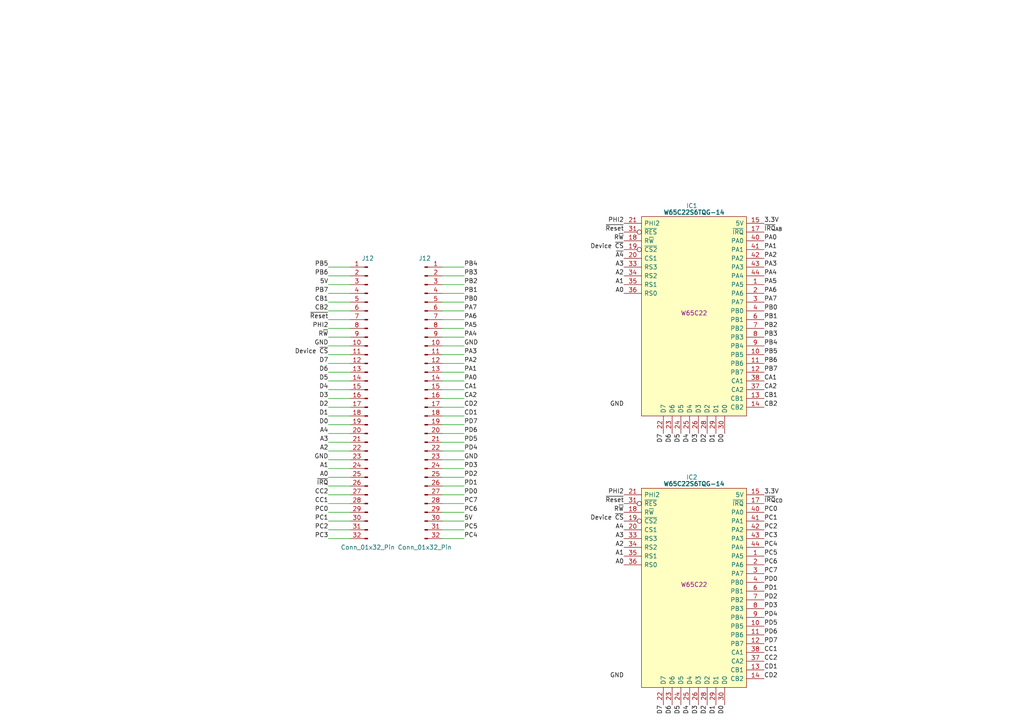
<source format=kicad_sch>
(kicad_sch (version 20230121) (generator eeschema)
  (paper "A4")
  (lib_symbols
    (symbol "C_0805_5" (pin_numbers hide) (pin_names (offset 0.254) hide)
      (property "Reference" "C" (at 2.286 2.54 0))
      (property "Value" "?μF" (at 2.54 -2.54 0))
      (symbol "C_0805_5_0_1"
        (polyline (pts (xy 1.9685 -1.4605) (xy 1.9685 1.5875)) (stroke (width 0.3048)))
        (polyline (pts (xy 2.9845 -1.4605) (xy 2.9845 1.5875)) (stroke (width 0.3302)))
      )
      (symbol "C_0805_5_1_1"
        (pin passive line (at 0 0 0) (length 2.032) (name "~") (number "1"))
        (pin passive line (at 5.08 0 180) (length 2.032) (name "~") (number "2"))
      )
    )
    (symbol "Connector:Conn_01x32_Pin" (pin_names (offset 1.016) hide)
      (property "Reference" "J" (at 0 40.64 0))
      (property "Value" "Conn_01x32_Pin" (at 0 -43.18 0))
      (symbol "Conn_01x32_Pin_1_1"
        (polyline (pts (xy 1.27 -40.64) (xy 0.8636 -40.64)) (stroke (width 0.1524)))
        (polyline (pts (xy 1.27 -38.1) (xy 0.8636 -38.1)) (stroke (width 0.1524)))
        (polyline (pts (xy 1.27 -35.56) (xy 0.8636 -35.56)) (stroke (width 0.1524)))
        (polyline (pts (xy 1.27 -33.02) (xy 0.8636 -33.02)) (stroke (width 0.1524)))
        (polyline (pts (xy 1.27 -30.48) (xy 0.8636 -30.48)) (stroke (width 0.1524)))
        (polyline (pts (xy 1.27 -27.94) (xy 0.8636 -27.94)) (stroke (width 0.1524)))
        (polyline (pts (xy 1.27 -25.4) (xy 0.8636 -25.4)) (stroke (width 0.1524)))
        (polyline (pts (xy 1.27 -22.86) (xy 0.8636 -22.86)) (stroke (width 0.1524)))
        (polyline (pts (xy 1.27 -20.32) (xy 0.8636 -20.32)) (stroke (width 0.1524)))
        (polyline (pts (xy 1.27 -17.78) (xy 0.8636 -17.78)) (stroke (width 0.1524)))
        (polyline (pts (xy 1.27 -15.24) (xy 0.8636 -15.24)) (stroke (width 0.1524)))
        (polyline (pts (xy 1.27 -12.7) (xy 0.8636 -12.7)) (stroke (width 0.1524)))
        (polyline (pts (xy 1.27 -10.16) (xy 0.8636 -10.16)) (stroke (width 0.1524)))
        (polyline (pts (xy 1.27 -7.62) (xy 0.8636 -7.62)) (stroke (width 0.1524)))
        (polyline (pts (xy 1.27 -5.08) (xy 0.8636 -5.08)) (stroke (width 0.1524)))
        (polyline (pts (xy 1.27 -2.54) (xy 0.8636 -2.54)) (stroke (width 0.1524)))
        (polyline (pts (xy 1.27 0) (xy 0.8636 0)) (stroke (width 0.1524)))
        (polyline (pts (xy 1.27 2.54) (xy 0.8636 2.54)) (stroke (width 0.1524)))
        (polyline (pts (xy 1.27 5.08) (xy 0.8636 5.08)) (stroke (width 0.1524)))
        (polyline (pts (xy 1.27 7.62) (xy 0.8636 7.62)) (stroke (width 0.1524)))
        (polyline (pts (xy 1.27 10.16) (xy 0.8636 10.16)) (stroke (width 0.1524)))
        (polyline (pts (xy 1.27 12.7) (xy 0.8636 12.7)) (stroke (width 0.1524)))
        (polyline (pts (xy 1.27 15.24) (xy 0.8636 15.24)) (stroke (width 0.1524)))
        (polyline (pts (xy 1.27 17.78) (xy 0.8636 17.78)) (stroke (width 0.1524)))
        (polyline (pts (xy 1.27 20.32) (xy 0.8636 20.32)) (stroke (width 0.1524)))
        (polyline (pts (xy 1.27 22.86) (xy 0.8636 22.86)) (stroke (width 0.1524)))
        (polyline (pts (xy 1.27 25.4) (xy 0.8636 25.4)) (stroke (width 0.1524)))
        (polyline (pts (xy 1.27 27.94) (xy 0.8636 27.94)) (stroke (width 0.1524)))
        (polyline (pts (xy 1.27 30.48) (xy 0.8636 30.48)) (stroke (width 0.1524)))
        (polyline (pts (xy 1.27 33.02) (xy 0.8636 33.02)) (stroke (width 0.1524)))
        (polyline (pts (xy 1.27 35.56) (xy 0.8636 35.56)) (stroke (width 0.1524)))
        (polyline (pts (xy 1.27 38.1) (xy 0.8636 38.1)) (stroke (width 0.1524)))
        (rectangle (start 0.8636 -40.513) (end 0 -40.767) (stroke (width 0.1524)) (fill (type outline)))
        (rectangle (start 0.8636 -37.973) (end 0 -38.227) (stroke (width 0.1524)) (fill (type outline)))
        (rectangle (start 0.8636 -35.433) (end 0 -35.687) (stroke (width 0.1524)) (fill (type outline)))
        (rectangle (start 0.8636 -32.893) (end 0 -33.147) (stroke (width 0.1524)) (fill (type outline)))
        (rectangle (start 0.8636 -30.353) (end 0 -30.607) (stroke (width 0.1524)) (fill (type outline)))
        (rectangle (start 0.8636 -27.813) (end 0 -28.067) (stroke (width 0.1524)) (fill (type outline)))
        (rectangle (start 0.8636 -25.273) (end 0 -25.527) (stroke (width 0.1524)) (fill (type outline)))
        (rectangle (start 0.8636 -22.733) (end 0 -22.987) (stroke (width 0.1524)) (fill (type outline)))
        (rectangle (start 0.8636 -20.193) (end 0 -20.447) (stroke (width 0.1524)) (fill (type outline)))
        (rectangle (start 0.8636 -17.653) (end 0 -17.907) (stroke (width 0.1524)) (fill (type outline)))
        (rectangle (start 0.8636 -15.113) (end 0 -15.367) (stroke (width 0.1524)) (fill (type outline)))
        (rectangle (start 0.8636 -12.573) (end 0 -12.827) (stroke (width 0.1524)) (fill (type outline)))
        (rectangle (start 0.8636 -10.033) (end 0 -10.287) (stroke (width 0.1524)) (fill (type outline)))
        (rectangle (start 0.8636 -7.493) (end 0 -7.747) (stroke (width 0.1524)) (fill (type outline)))
        (rectangle (start 0.8636 -4.953) (end 0 -5.207) (stroke (width 0.1524)) (fill (type outline)))
        (rectangle (start 0.8636 -2.413) (end 0 -2.667) (stroke (width 0.1524)) (fill (type outline)))
        (rectangle (start 0.8636 0.127) (end 0 -0.127) (stroke (width 0.1524)) (fill (type outline)))
        (rectangle (start 0.8636 2.667) (end 0 2.413) (stroke (width 0.1524)) (fill (type outline)))
        (rectangle (start 0.8636 5.207) (end 0 4.953) (stroke (width 0.1524)) (fill (type outline)))
        (rectangle (start 0.8636 7.747) (end 0 7.493) (stroke (width 0.1524)) (fill (type outline)))
        (rectangle (start 0.8636 10.287) (end 0 10.033) (stroke (width 0.1524)) (fill (type outline)))
        (rectangle (start 0.8636 12.827) (end 0 12.573) (stroke (width 0.1524)) (fill (type outline)))
        (rectangle (start 0.8636 15.367) (end 0 15.113) (stroke (width 0.1524)) (fill (type outline)))
        (rectangle (start 0.8636 17.907) (end 0 17.653) (stroke (width 0.1524)) (fill (type outline)))
        (rectangle (start 0.8636 20.447) (end 0 20.193) (stroke (width 0.1524)) (fill (type outline)))
        (rectangle (start 0.8636 22.987) (end 0 22.733) (stroke (width 0.1524)) (fill (type outline)))
        (rectangle (start 0.8636 25.527) (end 0 25.273) (stroke (width 0.1524)) (fill (type outline)))
        (rectangle (start 0.8636 28.067) (end 0 27.813) (stroke (width 0.1524)) (fill (type outline)))
        (rectangle (start 0.8636 30.607) (end 0 30.353) (stroke (width 0.1524)) (fill (type outline)))
        (rectangle (start 0.8636 33.147) (end 0 32.893) (stroke (width 0.1524)) (fill (type outline)))
        (rectangle (start 0.8636 35.687) (end 0 35.433) (stroke (width 0.1524)) (fill (type outline)))
        (rectangle (start 0.8636 38.227) (end 0 37.973) (stroke (width 0.1524)) (fill (type outline)))
        (pin passive line (at 5.08 38.1 180) (length 3.81) (name "Pin_1") (number "1"))
        (pin passive line (at 5.08 15.24 180) (length 3.81) (name "Pin_10") (number "10"))
        (pin passive line (at 5.08 12.7 180) (length 3.81) (name "Pin_11") (number "11"))
        (pin passive line (at 5.08 10.16 180) (length 3.81) (name "Pin_12") (number "12"))
        (pin passive line (at 5.08 7.62 180) (length 3.81) (name "Pin_13") (number "13"))
        (pin passive line (at 5.08 5.08 180) (length 3.81) (name "Pin_14") (number "14"))
        (pin passive line (at 5.08 2.54 180) (length 3.81) (name "Pin_15") (number "15"))
        (pin passive line (at 5.08 0 180) (length 3.81) (name "Pin_16") (number "16"))
        (pin passive line (at 5.08 -2.54 180) (length 3.81) (name "Pin_17") (number "17"))
        (pin passive line (at 5.08 -5.08 180) (length 3.81) (name "Pin_18") (number "18"))
        (pin passive line (at 5.08 -7.62 180) (length 3.81) (name "Pin_19") (number "19"))
        (pin passive line (at 5.08 35.56 180) (length 3.81) (name "Pin_2") (number "2"))
        (pin passive line (at 5.08 -10.16 180) (length 3.81) (name "Pin_20") (number "20"))
        (pin passive line (at 5.08 -12.7 180) (length 3.81) (name "Pin_21") (number "21"))
        (pin passive line (at 5.08 -15.24 180) (length 3.81) (name "Pin_22") (number "22"))
        (pin passive line (at 5.08 -17.78 180) (length 3.81) (name "Pin_23") (number "23"))
        (pin passive line (at 5.08 -20.32 180) (length 3.81) (name "Pin_24") (number "24"))
        (pin passive line (at 5.08 -22.86 180) (length 3.81) (name "Pin_25") (number "25"))
        (pin passive line (at 5.08 -25.4 180) (length 3.81) (name "Pin_26") (number "26"))
        (pin passive line (at 5.08 -27.94 180) (length 3.81) (name "Pin_27") (number "27"))
        (pin passive line (at 5.08 -30.48 180) (length 3.81) (name "Pin_28") (number "28"))
        (pin passive line (at 5.08 -33.02 180) (length 3.81) (name "Pin_29") (number "29"))
        (pin passive line (at 5.08 33.02 180) (length 3.81) (name "Pin_3") (number "3"))
        (pin passive line (at 5.08 -35.56 180) (length 3.81) (name "Pin_30") (number "30"))
        (pin passive line (at 5.08 -38.1 180) (length 3.81) (name "Pin_31") (number "31"))
        (pin passive line (at 5.08 -40.64 180) (length 3.81) (name "Pin_32") (number "32"))
        (pin passive line (at 5.08 30.48 180) (length 3.81) (name "Pin_4") (number "4"))
        (pin passive line (at 5.08 27.94 180) (length 3.81) (name "Pin_5") (number "5"))
        (pin passive line (at 5.08 25.4 180) (length 3.81) (name "Pin_6") (number "6"))
        (pin passive line (at 5.08 22.86 180) (length 3.81) (name "Pin_7") (number "7"))
        (pin passive line (at 5.08 20.32 180) (length 3.81) (name "Pin_8") (number "8"))
        (pin passive line (at 5.08 17.78 180) (length 3.81) (name "Pin_9") (number "9"))
      )
    )
    (symbol "Diodes_Inc:AP7365-33WG-7" (pin_names (offset 0.762))
      (property "Reference" "IC" (at 12.7 5.08 0))
      (property "Value" "AP7365-33WG-7" (at 12.7 3.175 0))
      (property "Description" "3.3V LDO voltage regulator" (at 12.7 -8.255 0))
      (symbol "AP7365-33WG-7_0_0"
        (pin passive line (at 0 0 0) (length 5.08) (name "VIN") (number "1"))
        (pin passive line (at 0 -5.08 0) (length 5.08) (name "GND") (number "2"))
        (pin input line (at 0 -2.54 0) (length 5.08) (name "EN") (number "3"))
        (pin passive line (at 25.4 -5.08 180) (length 5.08) (name "ADJ") (number "4"))
        (pin passive line (at 25.4 0 180) (length 5.08) (name "VOUT") (number "5"))
      )
      (symbol "AP7365-33WG-7_0_1"
        (polyline (pts (xy 5.08 1.905) (xy 20.32 1.905) (xy 20.32 -6.985) (xy 5.08 -6.985) (xy 5.08 1.905)) (fill (type background)))
      )
    )
    (symbol "HCP65:C_0805" (pin_numbers hide) (pin_names (offset 0.254) hide)
      (property "Reference" "C" (at 2.286 2.54 0))
      (property "Value" "?μF" (at 2.54 -2.54 0))
      (symbol "C_0805_0_1"
        (polyline (pts (xy 1.9685 -1.4605) (xy 1.9685 1.5875)) (stroke (width 0.3048)))
        (polyline (pts (xy 2.9845 -1.4605) (xy 2.9845 1.5875)) (stroke (width 0.3302)))
      )
      (symbol "C_0805_1_1"
        (pin passive line (at 0 0 0) (length 2.032) (name "~") (number "1"))
        (pin passive line (at 5.08 0 180) (length 2.032) (name "~") (number "2"))
      )
    )
    (symbol "Nexperia:74LVC1G04GV,125" (pin_names (offset 0.762))
      (property "Reference" "IC" (at 13.335 5.08 0))
      (property "Value" "74LVC1G04GV,125" (at 12.7 3.175 0))
      (property "Description" "1-input inverter" (at 12.7 -8.255 0))
      (symbol "74LVC1G04GV,125_0_0"
        (pin no_connect line (at 25.4 -5.08 180) (length 5.08) (name "N.C.") (number "1"))
        (pin input line (at 0 -2.54 0) (length 5.08) (name "A") (number "2"))
        (pin passive line (at 0 -5.08 0) (length 5.08) hide (name "GND") (number "3"))
        (pin output line (at 25.4 -2.54 180) (length 5.08) (name "Y") (number "4"))
        (pin passive line (at 25.4 0 180) (length 5.08) hide (name "3V") (number "5"))
      )
      (symbol "74LVC1G04GV,125_0_1"
        (polyline (pts (xy 9.525 -2.54) (xy 10.7949 -2.54)))
        (polyline (pts (xy 14.351 -2.54) (xy 15.875 -2.54)))
        (polyline (pts (xy 10.795 -3.556) (xy 13.335 -2.54) (xy 10.795 -1.524)) (stroke (width 0.254)))
        (polyline (pts (xy 5.08 1.905) (xy 20.32 1.905) (xy 20.32 -6.985) (xy 5.08 -6.985) (xy 5.08 1.905)) (stroke (width 0.1524)) (fill (type background)))
        (rectangle (start 10.795 -1.524) (end 10.795 -3.556) (stroke (width 0.254)) (fill (type background)))
        (circle (center 13.843 -2.54) (radius 0.508) (stroke (width 0.254)))
      )
    )
    (symbol "Nexperia:74LVC1G08GV,125" (pin_names (offset 0.762))
      (property "Reference" "IC" (at 11.43 5.715 0))
      (property "Value" "74LVC1G08GV,125" (at 12.7 3.81 0))
      (property "Description" "2-input AND gate" (at 12.7 -8.89 0))
      (symbol "74LVC1G08GV,125_0_0"
        (pin input line (at 0 -3.175 0) (length 5.08) (name "B") (number "1"))
        (pin input line (at 0 -0.635 0) (length 5.08) (name "A") (number "2"))
        (pin passive line (at 0 -5.715 0) (length 5.08) hide (name "GND") (number "3"))
        (pin output line (at 25.4 -1.905 180) (length 5.08) (name "Y") (number "4"))
        (pin passive line (at 25.4 0.635 180) (length 5.08) hide (name "3V") (number "5"))
      )
      (symbol "74LVC1G08GV,125_0_1"
        (polyline (pts (xy 8.89 -3.175) (xy 10.1599 -3.175)))
        (polyline (pts (xy 8.89 -0.635) (xy 10.1599 -0.635)))
        (polyline (pts (xy 10.248 0) (xy 10.248 -3.81)) (stroke (width 0.254)) (fill (type background)))
        (polyline (pts (xy 12.065 -3.81) (xy 10.248 -3.81)) (stroke (width 0.254)) (fill (type background)))
        (polyline (pts (xy 12.065 0) (xy 10.248 0)) (stroke (width 0.254)) (fill (type background)))
        (polyline (pts (xy 14.605 -1.905) (xy 17.145 -1.905)))
        (polyline (pts (xy 5.08 2.54) (xy 20.32 2.54) (xy 20.32 -7.62) (xy 5.08 -7.62) (xy 5.08 2.54)) (stroke (width 0.1524)) (fill (type background)))
        (arc (start 12.065 -3.81) (mid 13.6634 -3.2954) (end 14.605 -1.905) (stroke (width 0.254)))
        (arc (start 14.605 -1.905) (mid 13.6641 -0.5137) (end 12.065 0) (stroke (width 0.254)))
      )
    )
    (symbol "WDC:W65C22S6TQG-14" (pin_names (offset 0.762))
      (property "Reference" "IC" (at 19.685 13.335 0))
      (property "Value" "W65C22S6TQG-14" (at 20.32 11.43 0))
      (property "Description" "W65C22" (at 20.32 -17.78 0))
      (symbol "W65C22S6TQG-14_0_0"
        (pin tri_state line (at 40.64 -9.525 180) (length 5.08) (name "PA5") (number "1"))
        (pin tri_state line (at 40.64 -29.845 180) (length 5.08) (name "PB5") (number "10"))
        (pin tri_state line (at 40.64 -32.385 180) (length 5.08) (name "PB6") (number "11"))
        (pin tri_state line (at 40.64 -34.925 180) (length 5.08) (name "PB7") (number "12"))
        (pin tri_state line (at 40.64 -42.545 180) (length 5.08) (name "CB1") (number "13"))
        (pin tri_state line (at 40.64 -45.085 180) (length 5.08) (name "CB2") (number "14"))
        (pin tri_state line (at 40.64 -12.065 180) (length 5.08) (name "PA6") (number "2"))
        (pin input line (at 0 8.255 0) (length 5.08) (name "PHI2") (number "21"))
        (pin tri_state line (at 11.43 -52.705 90) (length 5.08) (name "D7") (number "22"))
        (pin tri_state line (at 13.97 -52.705 90) (length 5.08) (name "D6") (number "23"))
        (pin tri_state line (at 16.51 -52.705 90) (length 5.08) (name "D5") (number "24"))
        (pin tri_state line (at 19.05 -52.705 90) (length 5.08) (name "D4") (number "25"))
        (pin tri_state line (at 21.59 -52.705 90) (length 5.08) (name "D3") (number "26"))
        (pin tri_state line (at 24.13 -52.705 90) (length 5.08) (name "D2") (number "28"))
        (pin tri_state line (at 26.67 -52.705 90) (length 5.08) (name "D1") (number "29"))
        (pin tri_state line (at 40.64 -14.605 180) (length 5.08) (name "PA7") (number "3"))
        (pin tri_state line (at 29.21 -52.705 90) (length 5.08) (name "D0") (number "30"))
        (pin input line (at 0 -4.445 0) (length 5.08) (name "RS3") (number "33"))
        (pin input line (at 0 -6.985 0) (length 5.08) (name "RS2") (number "34"))
        (pin input line (at 0 -9.525 0) (length 5.08) (name "RS1") (number "35"))
        (pin input line (at 0 -12.065 0) (length 5.08) (name "RS0") (number "36"))
        (pin tri_state line (at 40.64 -40.005 180) (length 5.08) (name "CA2") (number "37"))
        (pin tri_state line (at 40.64 -37.465 180) (length 5.08) (name "CA1") (number "38"))
        (pin tri_state line (at 40.64 -17.145 180) (length 5.08) (name "PB0") (number "4"))
        (pin tri_state line (at 40.64 3.175 180) (length 5.08) (name "PA0") (number "40"))
        (pin tri_state line (at 40.64 0.635 180) (length 5.08) (name "PA1") (number "41"))
        (pin tri_state line (at 40.64 -1.905 180) (length 5.08) (name "PA2") (number "42"))
        (pin tri_state line (at 40.64 -4.445 180) (length 5.08) (name "PA3") (number "43"))
        (pin tri_state line (at 40.64 -6.985 180) (length 5.08) (name "PA4") (number "44"))
        (pin tri_state line (at 40.64 -19.685 180) (length 5.08) (name "PB1") (number "6"))
        (pin tri_state line (at 40.64 -22.225 180) (length 5.08) (name "PB2") (number "7"))
        (pin tri_state line (at 40.64 -24.765 180) (length 5.08) (name "PB3") (number "8"))
        (pin tri_state line (at 40.64 -27.305 180) (length 5.08) (name "PB4") (number "9"))
      )
      (symbol "W65C22S6TQG-14_0_1"
        (polyline (pts (xy 5.08 10.16) (xy 35.56 10.16) (xy 35.56 -47.625) (xy 5.08 -47.625) (xy 5.08 10.16)) (stroke (width 0.1524)) (fill (type background)))
      )
      (symbol "W65C22S6TQG-14_1_0"
        (pin passive line (at 40.64 8.255 180) (length 5.08) (name "5V") (number "15"))
        (pin no_connect line (at 0 -34.925 0) (length 5.08) hide (name "N.C.") (number "16"))
        (pin output line (at 40.64 5.715 180) (length 5.08) (name "~{IRQ}") (number "17"))
        (pin input line (at 0 3.175 0) (length 5.08) (name "R~{W}") (number "18"))
        (pin input inverted (at 0 0.635 0) (length 5.08) (name "~{CS2}") (number "19"))
        (pin input line (at 0 -1.905 0) (length 5.08) (name "CS1") (number "20"))
        (pin no_connect line (at 0 -42.545 0) (length 5.08) hide (name "N.C.") (number "27"))
        (pin input inverted (at 0 5.715 0) (length 5.08) (name "~{RES}") (number "31"))
        (pin no_connect line (at 0 -40.005 0) (length 5.08) hide (name "N.C.") (number "32"))
        (pin passive line (at 0 -45.085 0) (length 5.08) hide (name "GND") (number "39"))
        (pin no_connect line (at 0 -37.465 0) (length 5.08) hide (name "N.C.") (number "5"))
      )
    )
  )
  (junction (at 204.47 280.67))
  (junction (at 233.68 280.67))
  (no_connect (at 229.87 285.75))
  (wire (pts (xy 101.6 80.01) (xy 95.25 80.01)))
  (wire (pts (xy 128.27 105.41) (xy 134.62 105.41)))
  (wire (pts (xy 128.27 115.57) (xy 134.62 115.57)))
  (wire (pts (xy 101.6 95.25) (xy 95.25 95.25)))
  (wire (pts (xy 128.27 130.81) (xy 134.62 130.81)))
  (wire (pts (xy 128.27 92.71) (xy 134.62 92.71)))
  (wire (pts (xy 101.6 77.47) (xy 95.25 77.47)))
  (wire (pts (xy 128.27 135.89) (xy 134.62 135.89)))
  (wire (pts (xy 101.6 82.55) (xy 95.25 82.55)))
  (wire (pts (xy 101.6 156.21) (xy 95.25 156.21)))
  (wire (pts (xy 101.6 133.35) (xy 95.25 133.35)))
  (wire (pts (xy 101.6 115.57) (xy 95.25 115.57)))
  (wire (pts (xy 128.27 80.01) (xy 134.62 80.01)))
  (wire (pts (xy 101.6 107.95) (xy 95.25 107.95)))
  (wire (pts (xy 101.6 130.81) (xy 95.25 130.81)))
  (wire (pts (xy 128.27 110.49) (xy 134.62 110.49)))
  (wire (pts (xy 233.68 285.75) (xy 233.68 280.67)))
  (wire (pts (xy 101.6 105.41) (xy 95.25 105.41)))
  (wire (pts (xy 101.6 87.63) (xy 95.25 87.63)))
  (wire (pts (xy 128.27 118.11) (xy 134.62 118.11)))
  (wire (pts (xy 101.6 85.09) (xy 95.25 85.09)))
  (wire (pts (xy 128.27 123.19) (xy 134.62 123.19)))
  (wire (pts (xy 101.6 110.49) (xy 95.25 110.49)))
  (wire (pts (xy 204.47 280.67) (xy 204.47 283.21)))
  (wire (pts (xy 128.27 102.87) (xy 134.62 102.87)))
  (wire (pts (xy 128.27 120.65) (xy 134.62 120.65)))
  (wire (pts (xy 101.6 151.13) (xy 95.25 151.13)))
  (wire (pts (xy 101.6 102.87) (xy 95.25 102.87)))
  (wire (pts (xy 128.27 97.79) (xy 134.62 97.79)))
  (wire (pts (xy 101.6 97.79) (xy 95.25 97.79)))
  (wire (pts (xy 189.23 285.75) (xy 190.5 285.75)))
  (wire (pts (xy 101.6 138.43) (xy 95.25 138.43)))
  (wire (pts (xy 189.23 280.67) (xy 204.47 280.67)))
  (wire (pts (xy 128.27 138.43) (xy 134.62 138.43)))
  (wire (pts (xy 128.27 77.47) (xy 134.62 77.47)))
  (wire (pts (xy 128.27 100.33) (xy 134.62 100.33)))
  (wire (pts (xy 101.6 140.97) (xy 95.25 140.97)))
  (wire (pts (xy 101.6 128.27) (xy 95.25 128.27)))
  (wire (pts (xy 128.27 151.13) (xy 134.62 151.13)))
  (wire (pts (xy 101.6 153.67) (xy 95.25 153.67)))
  (wire (pts (xy 128.27 90.17) (xy 134.62 90.17)))
  (wire (pts (xy 128.27 87.63) (xy 134.62 87.63)))
  (wire (pts (xy 101.6 148.59) (xy 95.25 148.59)))
  (wire (pts (xy 101.6 120.65) (xy 95.25 120.65)))
  (wire (pts (xy 128.27 140.97) (xy 134.62 140.97)))
  (wire (pts (xy 128.27 107.95) (xy 134.62 107.95)))
  (wire (pts (xy 128.27 113.03) (xy 134.62 113.03)))
  (wire (pts (xy 101.6 118.11) (xy 95.25 118.11)))
  (wire (pts (xy 233.68 280.67) (xy 238.76 280.67)))
  (wire (pts (xy 101.6 125.73) (xy 95.25 125.73)))
  (wire (pts (xy 101.6 113.03) (xy 95.25 113.03)))
  (wire (pts (xy 128.27 153.67) (xy 134.62 153.67)))
  (wire (pts (xy 101.6 92.71) (xy 95.25 92.71)))
  (wire (pts (xy 101.6 100.33) (xy 95.25 100.33)))
  (wire (pts (xy 101.6 143.51) (xy 95.25 143.51)))
  (wire (pts (xy 128.27 146.05) (xy 134.62 146.05)))
  (wire (pts (xy 128.27 82.55) (xy 134.62 82.55)))
  (wire (pts (xy 128.27 125.73) (xy 134.62 125.73)))
  (wire (pts (xy 101.6 123.19) (xy 95.25 123.19)))
  (wire (pts (xy 229.87 280.67) (xy 233.68 280.67)))
  (wire (pts (xy 128.27 95.25) (xy 134.62 95.25)))
  (wire (pts (xy 101.6 146.05) (xy 95.25 146.05)))
  (wire (pts (xy 128.27 156.21) (xy 134.62 156.21)))
  (wire (pts (xy 101.6 90.17) (xy 95.25 90.17)))
  (wire (pts (xy 128.27 128.27) (xy 134.62 128.27)))
  (wire (pts (xy 101.6 135.89) (xy 95.25 135.89)))
  (wire (pts (xy 128.27 148.59) (xy 134.62 148.59)))
  (wire (pts (xy 128.27 143.51) (xy 134.62 143.51)))
  (wire (pts (xy 128.27 85.09) (xy 134.62 85.09)))
  (wire (pts (xy 128.27 133.35) (xy 134.62 133.35)))
  (wire (pts (xy 189.23 280.67) (xy 189.23 285.75)))
  (rectangle (start 151.765 257.81) (end 266.7 313.055) (stroke (width 0) (type dash)))
  (text "Power" (at 154.305 309.88 0) (effects (font (size 2.54 2.54) (thickness 0.508) bold) (justify left bottom)))
  (label "A4" (at 180.975 153.67 180))
  (label "PA6" (at 134.62 92.71 0))
  (label "PC2" (at 221.615 153.67 0))
  (label "GND" (at 134.62 100.33 0))
  (label "CD1" (at 221.615 194.31 0))
  (label "~{Reset}" (at 180.975 146.05 180))
  (label "CC1" (at 95.25 146.05 180))
  (label "5V" (at 134.62 151.13 0))
  (label "3.3V" (at 180.34 330.2 180))
  (label "D4" (at 95.25 113.03 180))
  (label "PD2" (at 221.615 173.99 0))
  (label "CC2" (at 221.615 191.77 0))
  (label "D5" (at 95.25 110.49 180))
  (label "PA5" (at 221.615 82.55 0))
  (label "3.3V" (at 221.615 143.51 0))
  (label "CD1" (at 134.62 120.65 0))
  (label "D5" (at 197.485 125.73 270))
  (label "PD4" (at 134.62 130.81 0))
  (label "5V" (at 95.25 82.55 180))
  (label "PD5" (at 134.62 128.27 0))
  (label "PD2" (at 134.62 138.43 0))
  (label "PB6" (at 221.615 105.41 0))
  (label "A0" (at 180.975 85.09 180))
  (label "PD7" (at 221.615 186.69 0))
  (label "CD2" (at 221.615 196.85 0))
  (label "3.3V" (at 238.76 280.67 0))
  (label "~{Reset}" (at 95.25 92.71 180))
  (label "PA7" (at 134.62 90.17 0))
  (label "PD0" (at 134.62 143.51 0))
  (label "PHI2" (at 180.975 143.51 180))
  (label "CB2" (at 95.25 90.17 180))
  (label "GND" (at 95.25 100.33 180))
  (label "~{IRQ}_{AB}" (at 221.615 67.31 0))
  (label "PD7" (at 134.62 123.19 0))
  (label "D7" (at 95.25 105.41 180))
  (label "GND" (at 170.18 330.2 0))
  (label "D3" (at 202.565 204.47 270))
  (label "PD5" (at 221.615 181.61 0))
  (label "D6" (at 95.25 107.95 180))
  (label "A3" (at 180.975 156.21 180))
  (label "PB5" (at 95.25 77.47 180))
  (label "PD0" (at 221.615 168.91 0))
  (label "CB1" (at 95.25 87.63 180))
  (label "PB2" (at 134.62 82.55 0))
  (label "D6" (at 194.945 125.73 270))
  (label "PB2" (at 221.615 95.25 0))
  (label "PC0" (at 95.25 148.59 180))
  (label "PC3" (at 95.25 156.21 180))
  (label "PC3" (at 221.615 156.21 0))
  (label "A1" (at 180.975 161.29 180))
  (label "Device ~{CS}" (at 95.25 102.87 180))
  (label "PB3" (at 221.615 97.79 0))
  (label "R~{W}" (at 180.975 148.59 180))
  (label "GND" (at 238.76 285.75 0))
  (label "PB1" (at 221.615 92.71 0))
  (label "Device ~{CS}" (at 180.975 151.13 180))
  (label "PC1" (at 221.615 151.13 0))
  (label "PC7" (at 134.62 146.05 0))
  (label "D1" (at 95.25 120.65 180))
  (label "PA3" (at 221.615 77.47 0))
  (label "PD1" (at 221.615 171.45 0))
  (label "D0" (at 210.185 204.47 270))
  (label "PC5" (at 134.62 153.67 0))
  (label "A2" (at 180.975 80.01 180))
  (label "A0" (at 180.975 163.83 180))
  (label "D3" (at 95.25 115.57 180))
  (label "PC5" (at 221.615 161.29 0))
  (label "A0" (at 95.25 138.43 180))
  (label "D4" (at 200.025 125.73 270))
  (label "PA0" (at 134.62 110.49 0))
  (label "~{A4}" (at 180.975 74.93 180))
  (label "GND" (at 180.975 118.11 180))
  (label "Device ~{CS}" (at 180.975 72.39 180))
  (label "3.3V" (at 210.82 330.2 180))
  (label "GND" (at 215.9 330.2 0))
  (label "~{IRQ}_{CD}" (at 221.615 146.05 0))
  (label "3.3V" (at 165.1 330.2 180))
  (label "PD6" (at 221.615 184.15 0))
  (label "PC7" (at 221.615 166.37 0))
  (label "~{Reset}" (at 180.975 67.31 180))
  (label "A1" (at 180.975 82.55 180))
  (label "GND" (at 204.47 285.75 180))
  (label "GND" (at 180.975 196.85 180))
  (label "CC2" (at 95.25 143.51 180))
  (label "PA4" (at 134.62 97.79 0))
  (label "D3" (at 202.565 125.73 270))
  (label "D1" (at 207.645 204.47 270))
  (label "A3" (at 95.25 128.27 180))
  (label "PD3" (at 134.62 135.89 0))
  (label "~{IRQ}" (at 215.265 356.235 0))
  (label "PD6" (at 134.62 125.73 0))
  (label "PA3" (at 134.62 102.87 0))
  (label "PA5" (at 134.62 95.25 0))
  (label "D2" (at 205.105 125.73 270))
  (label "D5" (at 197.485 204.47 270))
  (label "PA4" (at 221.615 80.01 0))
  (label "PA0" (at 221.615 69.85 0))
  (label "~{IRQ}" (at 95.25 140.97 180))
  (label "PA2" (at 134.62 105.41 0))
  (label "3.3V" (at 215.265 353.695 0))
  (label "PHI2" (at 95.25 95.25 180))
  (label "5V" (at 189.23 280.67 180))
  (label "A3" (at 180.975 77.47 180))
  (label "CB1" (at 221.615 115.57 0))
  (label "PC1" (at 95.25 151.13 180))
  (label "D7" (at 192.405 125.73 270))
  (label "PB4" (at 221.615 100.33 0))
  (label "GND" (at 95.25 133.35 180))
  (label "PB0" (at 134.62 87.63 0))
  (label "PA6" (at 221.615 85.09 0))
  (label "D1" (at 207.645 125.73 270))
  (label "CD2" (at 134.62 118.11 0))
  (label "CB2" (at 221.615 118.11 0))
  (label "GND" (at 188.595 235.585 180))
  (label "A4" (at 188.595 233.045 180))
  (label "PC0" (at 221.615 148.59 0))
  (label "CA1" (at 134.62 113.03 0))
  (label "CA2" (at 221.615 113.03 0))
  (label "D2" (at 95.25 118.11 180))
  (label "A1" (at 95.25 135.89 180))
  (label "PB0" (at 221.615 90.17 0))
  (label "PB3" (at 134.62 80.01 0))
  (label "PA7" (at 221.615 87.63 0))
  (label "PD1" (at 134.62 140.97 0))
  (label "3.3V" (at 213.995 230.505 0))
  (label "PA2" (at 221.615 74.93 0))
  (label "R~{W}" (at 180.975 69.85 180))
  (label "D0" (at 210.185 125.73 270))
  (label "PB7" (at 221.615 107.95 0))
  (label "PC2" (at 95.25 153.67 180))
  (label "A2" (at 95.25 130.81 180))
  (label "CC1" (at 221.615 189.23 0))
  (label "~{A4}" (at 213.995 233.045 0))
  (label "CA1" (at 221.615 110.49 0))
  (label "GND" (at 200.66 330.2 0))
  (label "PC4" (at 221.615 158.75 0))
  (label "D6" (at 194.945 204.47 270))
  (label "PD3" (at 221.615 176.53 0))
  (label "D7" (at 192.405 204.47 270))
  (label "~{IRQ}_{AB}" (at 189.865 354.965 180))
  (label "D2" (at 205.105 204.47 270))
  (label "PHI2" (at 180.975 64.77 180))
  (label "GND" (at 189.865 360.045 180))
  (label "PB6" (at 95.25 80.01 180))
  (label "CA2" (at 134.62 115.57 0))
  (label "PB4" (at 134.62 77.47 0))
  (label "GND" (at 195.58 285.75 0))
  (label "PB5" (at 221.615 102.87 0))
  (label "3.3V" (at 195.58 330.2 180))
  (label "A2" (at 180.975 158.75 180))
  (label "GND" (at 134.62 133.35 0))
  (label "~{IRQ}_{CD}" (at 189.865 357.505 180))
  (label "PC4" (at 134.62 156.21 0))
  (label "PD4" (at 221.615 179.07 0))
  (label "D4" (at 200.025 204.47 270))
  (label "D0" (at 95.25 123.19 180))
  (label "PA1" (at 221.615 72.39 0))
  (label "PA1" (at 134.62 107.95 0))
  (label "PC6" (at 134.62 148.59 0))
  (label "PB1" (at 134.62 85.09 0))
  (label "PB7" (at 95.25 85.09 180))
  (label "A4" (at 95.25 125.73 180))
  (label "3.3V" (at 221.615 64.77 0))
  (label "GND" (at 185.42 330.2 0))
  (label "R~{W}" (at 95.25 97.79 180))
  (label "PC6" (at 221.615 163.83 0))
  (symbol (lib_id "HCP65:C_0805") (at 210.82 330.2 0) (unit 1)
    (property "Reference" "C23" (at 213.106 327.66 0))
    (property "Value" "1μF" (at 213.36 332.74 0))
    (property "Footprint" "SamacSys_Parts:C_0805" (effects hide))
    (instances (project "Pico Sound" (path "" (reference "C23") (unit 1))) (project "VIA Breakout" (path "" (reference "C6") (unit 1))) (project "MPU Breakout" (path "" (reference "C22") (unit 1)) (path "" (reference "C14") (unit 1))))
  )
  (symbol (lib_id "WDC:W65C22S6TQG-14") (at 180.975 73.025 0) (unit 1)
    (property "Reference" "IC1" (at 200.66 59.69 0))
    (property "Value" "W65C22S6TQG-14" (at 201.295 61.595 0) (effects (font bold)))
    (property "Footprint" "QFP80P1320X1320X270-44N" (effects hide))
    (property "Description" "W65C22" (at 201.295 90.805 0))
    (property "Height" "2.7" (effects hide))
    (property "Mouser Part Number" "955-W65C22S6TQG-14" (effects hide))
    (property "Mouser Price/Stock" "https://www.mouser.co.uk/ProductDetail/Western-Design-Center-WDC/W65C22S6TQG-14?qs=9lcNTSmDlCo21Y0m5rRDww%3D%3D" (effects hide))
    (property "Manufacturer_Name" "Western Design Center (WDC)" (effects hide))
    (property "Manufacturer_Part_Number" "W65C22S6TQG-14" (effects hide))
    (property "Silkscreen" "W65C22S" (effects hide))
  )
  (symbol (lib_id "HCP65:C_0805") (at 165.1 330.2 0) (unit 1)
    (property "Reference" "C23" (at 167.386 327.66 0))
    (property "Value" "1μF" (at 167.64 332.74 0))
    (property "Footprint" "SamacSys_Parts:C_0805" (effects hide))
    (instances (project "Pico Sound" (path "" (reference "C23") (unit 1))) (project "VIA Breakout" (path "" (reference "C3") (unit 1))) (project "MPU Breakout" (path "" (reference "C22") (unit 1)) (path "" (reference "C14") (unit 1))))
  )
  (symbol (lib_id "Diodes_Inc:AP7365-33WG-7") (at 204.47 280.67 0) (unit 1)
    (property "Reference" "IC2" (at 217.17 275.59 0))
    (property "Value" "AP7365-33WG-7" (at 217.17 277.495 0) (effects (font bold)))
    (property "Footprint" "SOT95P285X130-5N" (effects hide))
    (property "Datasheet" "https://componentsearchengine.com/Datasheets/1/AP7365-33WG-7.pdf" (effects hide))
    (property "Description" "3.3V LDO voltage regulator" (at 217.17 288.925 0))
    (property "Height" "1.3" (effects hide))
    (property "Manufacturer_Name" "Diodes Inc." (effects hide))
    (property "Manufacturer_Part_Number" "AP7365-33WG-7" (effects hide))
    (property "Mouser Part Number" "621-AP7365-33WG-7" (effects hide))
    (property "Mouser Price/Stock" "https://www.mouser.co.uk/ProductDetail/Diodes-Incorporated/AP7365-33WG-7?qs=abZ1nkZpTuOZFvxvoFPL0w%3D%3D" (effects hide))
    (property "Arrow Part Number" "AP7365-33WG-7" (effects hide))
    (property "Arrow Price/Stock" "https://www.arrow.com/en/products/ap7365-33wg-7/diodes-incorporated?region=nac" (effects hide))
    (property "Silkscreen" "AP7365" (effects hide))
    (instances (project "Pico Sound" (path "" (reference "IC2") (unit 1))) (project "VIA Breakout" (path "" (reference "IC4") (unit 1)) (path "" (reference "IC4") (unit 1))) (project "MPU Breakout" (path "" (reference "IC7") (unit 1)) (path "" (reference "IC36") (unit 1))))
  )
  (symbol (lib_id "HCP65:C_0805") (at 195.58 330.2 0) (unit 1)
    (property "Reference" "C23" (at 197.866 327.66 0))
    (property "Value" "1μF" (at 198.12 332.74 0))
    (property "Footprint" "SamacSys_Parts:C_0805" (effects hide))
    (instances (project "Pico Sound" (path "" (reference "C23") (unit 1))) (project "VIA Breakout" (path "" (reference "C5") (unit 1))) (project "MPU Breakout" (path "" (reference "C22") (unit 1)) (path "" (reference "C14") (unit 1))))
  )
  (symbol (lib_name "C_0805_5") (lib_id "HCP65:C_0805") (at 233.68 285.75 0) (unit 1)
    (property "Reference" "C27" (at 235.966 283.21 0))
    (property "Value" "10μF" (at 236.22 288.29 0))
    (property "Footprint" "SamacSys_Parts:C_0805" (effects hide))
    (instances (project "Pico Sound" (path "" (reference "C27") (unit 1))) (project "VIA Breakout" (path "" (reference "C2") (unit 1)) (path "" (reference "C2") (unit 1))) (project "MPU Breakout" (path "" (reference "C7") (unit 1)) (path "" (reference "C42") (unit 1))))
  )
  (symbol (lib_id "Nexperia:74LVC1G04GV,125") (at 188.595 230.505 0) (unit 1)
    (property "Reference" "IC3" (at 201.93 225.425 0))
    (property "Value" "74LVC1G04GV,125" (at 201.295 227.33 0) (effects (font bold)))
    (property "Footprint" "SOT95P275X110-5N" (effects hide))
    (property "Datasheet" "https://assets.nexperia.com/documents/data-sheet/74LVC1G04.pdf" (effects hide))
    (property "Description" "1-input inverter" (at 201.295 238.76 0))
    (property "Height" "1.1" (effects hide))
    (property "Manufacturer_Name" "Nexperia" (effects hide))
    (property "Manufacturer_Part_Number" "74LVC1G04GV,125" (effects hide))
    (property "Mouser Part Number" "771-74LVC1G04GV" (effects hide))
    (property "Mouser Price/Stock" "https://www.mouser.co.uk/ProductDetail/Nexperia/74LVC1G04GV125?qs=me8TqzrmIYW6McwMAxl%2F9w%3D%3D" (effects hide))
    (property "Silkscreen" "'1G04" (effects hide))
  )
  (symbol (lib_id "Connector:Conn_01x32_Pin") (at 123.19 115.57 0) (unit 1)
    (property "Reference" "J12" (at 123.19 74.93 0))
    (property "Value" "Conn_01x32_Pin" (at 123.19 158.75 0))
    (property "Footprint" "Connector_PinHeader_2.54mm:PinHeader_1x32_P2.54mm_Vertical" (effects hide))
    (instances (project "MPU Signals" (path "" (reference "J12") (unit 1))) (project "VIA Breakout" (path "" (reference "J2") (unit 1)) (path "" (reference "J2") (unit 1))) (project "MPU Breakout" (path "" (reference "J6") (unit 1)) (path "" (reference "J6") (unit 1))))
  )
  (symbol (lib_id "Nexperia:74LVC1G08GV,125") (at 189.865 354.33 0) (unit 1)
    (property "Reference" "IC6" (at 201.295 348.615 0) (effects (justify left)))
    (property "Value" "74LVC1G08GV,125" (at 202.565 350.52 0) (effects (font bold)))
    (property "Footprint" "SOT95P275X110-5N" (effects hide))
    (property "Datasheet" "https://assets.nexperia.com/documents/data-sheet/74LVC1G08.pdf" (effects hide))
    (property "Description" "2-input AND gate" (at 202.565 363.22 0))
    (property "Height" "1.1" (effects hide))
    (property "Manufacturer_Name" "Nexperia" (effects hide))
    (property "Manufacturer_Part_Number" "74LVC1G08GV,125" (effects hide))
    (property "Mouser Part Number" "771-74LVC1G08GV" (effects hide))
    (property "Mouser Price/Stock" "https://www.mouser.co.uk/ProductDetail/Nexperia/74LVC1G08GV125?qs=me8TqzrmIYXEnurJEPZc7A%3D%3D" (effects hide))
    (property "Arrow Part Number" "74LVC1G08GV,125" (effects hide))
    (property "Arrow Price/Stock" "https://www.arrow.com/en/products/74lvc1g08gv125/nexperia" (effects hide))
    (property "Silkscreen" "'1G08" (effects hide))
  )
  (symbol (lib_id "HCP65:C_0805") (at 180.34 330.2 0) (unit 1)
    (property "Reference" "C23" (at 182.626 327.66 0))
    (property "Value" "1μF" (at 182.88 332.74 0))
    (property "Footprint" "SamacSys_Parts:C_0805" (effects hide))
    (instances (project "Pico Sound" (path "" (reference "C23") (unit 1))) (project "VIA Breakout" (path "" (reference "C4") (unit 1))) (project "MPU Breakout" (path "" (reference "C22") (unit 1)) (path "" (reference "C14") (unit 1))))
  )
  (symbol (lib_name "C_0805_5") (lib_id "HCP65:C_0805") (at 190.5 285.75 0) (unit 1)
    (property "Reference" "C27" (at 192.786 283.21 0))
    (property "Value" "10μF" (at 193.04 288.29 0))
    (property "Footprint" "SamacSys_Parts:C_0805" (effects hide))
    (instances (project "Pico Sound" (path "" (reference "C27") (unit 1))) (project "VIA Breakout" (path "" (reference "C1") (unit 1)) (path "" (reference "C1") (unit 1))) (project "MPU Breakout" (path "" (reference "C7") (unit 1)) (path "" (reference "C41") (unit 1))))
  )
  (symbol (lib_id "WDC:W65C22S6TQG-14") (at 180.975 151.765 0) (unit 1)
    (property "Reference" "IC2" (at 200.66 138.43 0))
    (property "Value" "W65C22S6TQG-14" (at 201.295 140.335 0) (effects (font bold)))
    (property "Footprint" "QFP80P1320X1320X270-44N" (effects hide))
    (property "Description" "W65C22" (at 201.295 169.545 0))
    (property "Height" "2.7" (effects hide))
    (property "Mouser Part Number" "955-W65C22S6TQG-14" (effects hide))
    (property "Mouser Price/Stock" "https://www.mouser.co.uk/ProductDetail/Western-Design-Center-WDC/W65C22S6TQG-14?qs=9lcNTSmDlCo21Y0m5rRDww%3D%3D" (effects hide))
    (property "Manufacturer_Name" "Western Design Center (WDC)" (effects hide))
    (property "Manufacturer_Part_Number" "W65C22S6TQG-14" (effects hide))
    (property "Silkscreen" "W65C22S" (effects hide))
  )
  (symbol (lib_id "Connector:Conn_01x32_Pin") (at 106.68 115.57 0) (mirror y) (unit 1)
    (property "Reference" "J12" (at 106.68 74.93 0))
    (property "Value" "Conn_01x32_Pin" (at 106.68 158.75 0))
    (property "Footprint" "Connector_PinHeader_2.54mm:PinHeader_1x32_P2.54mm_Vertical" (effects hide))
    (instances (project "MPU Signals" (path "" (reference "J12") (unit 1))) (project "VIA Breakout" (path "" (reference "J1") (unit 1)) (path "" (reference "J1") (unit 1))) (project "MPU Breakout" (path "" (reference "J5") (unit 1)) (path "" (reference "J5") (unit 1))))
  )
)
</source>
